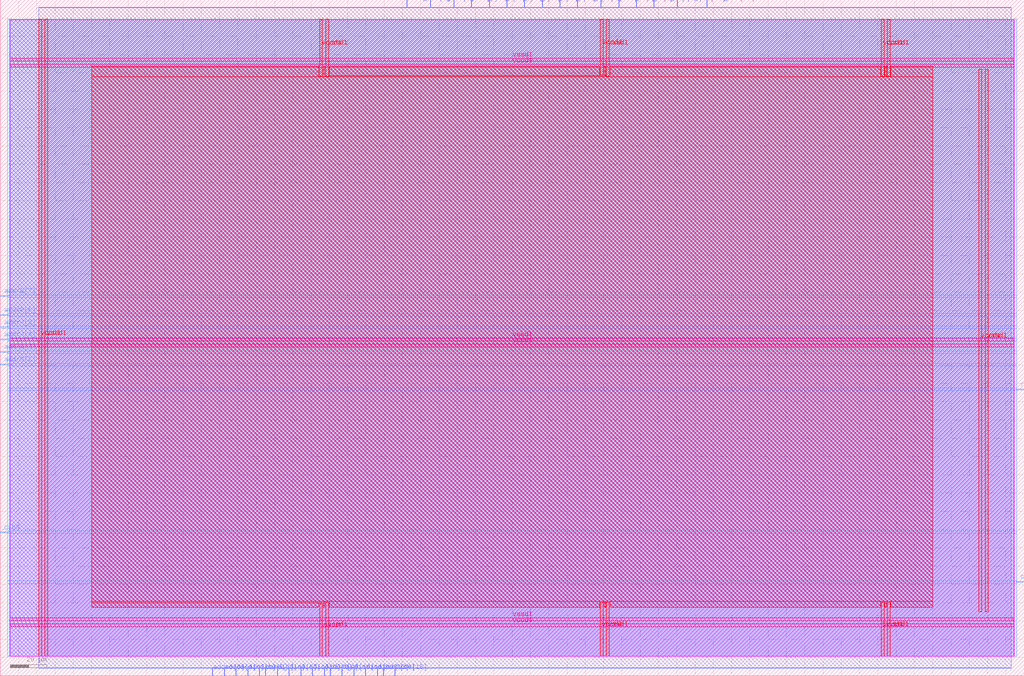
<source format=lef>
VERSION 5.7 ;
  NOWIREEXTENSIONATPIN ON ;
  DIVIDERCHAR "/" ;
  BUSBITCHARS "[]" ;
MACRO counter
  CLASS BLOCK ;
  FOREIGN counter ;
  ORIGIN 0.000 0.000 ;
  SIZE 560.000 BY 370.000 ;
  PIN addr0[0]
    DIRECTION INPUT ;
    USE SIGNAL ;
    ANTENNAGATEAREA 1.034700 ;
    ANTENNADIFFAREA 0.434700 ;
    PORT
      LAYER met2 ;
        RECT 116.010 0.000 116.290 4.000 ;
    END
  END addr0[0]
  PIN addr0[1]
    DIRECTION INPUT ;
    USE SIGNAL ;
    ANTENNAGATEAREA 1.034700 ;
    ANTENNADIFFAREA 0.434700 ;
    PORT
      LAYER met2 ;
        RECT 122.450 0.000 122.730 4.000 ;
    END
  END addr0[1]
  PIN addr0[2]
    DIRECTION INPUT ;
    USE SIGNAL ;
    ANTENNAGATEAREA 1.034700 ;
    ANTENNADIFFAREA 0.434700 ;
    PORT
      LAYER met3 ;
        RECT 0.000 170.040 4.000 170.640 ;
    END
  END addr0[2]
  PIN addr0[3]
    DIRECTION INPUT ;
    USE SIGNAL ;
    ANTENNAGATEAREA 1.034700 ;
    ANTENNADIFFAREA 0.434700 ;
    PORT
      LAYER met3 ;
        RECT 0.000 176.840 4.000 177.440 ;
    END
  END addr0[3]
  PIN addr0[4]
    DIRECTION INPUT ;
    USE SIGNAL ;
    ANTENNAGATEAREA 1.034700 ;
    ANTENNADIFFAREA 0.434700 ;
    PORT
      LAYER met3 ;
        RECT 0.000 183.640 4.000 184.240 ;
    END
  END addr0[4]
  PIN addr0[5]
    DIRECTION INPUT ;
    USE SIGNAL ;
    ANTENNAGATEAREA 1.034700 ;
    ANTENNADIFFAREA 0.434700 ;
    PORT
      LAYER met3 ;
        RECT 0.000 190.440 4.000 191.040 ;
    END
  END addr0[5]
  PIN addr0[6]
    DIRECTION INPUT ;
    USE SIGNAL ;
    ANTENNAGATEAREA 1.034700 ;
    ANTENNADIFFAREA 0.434700 ;
    PORT
      LAYER met3 ;
        RECT 0.000 197.240 4.000 197.840 ;
    END
  END addr0[6]
  PIN addr0[7]
    DIRECTION INPUT ;
    USE SIGNAL ;
    ANTENNAGATEAREA 1.034700 ;
    ANTENNADIFFAREA 0.434700 ;
    PORT
      LAYER met3 ;
        RECT 0.000 207.440 4.000 208.040 ;
    END
  END addr0[7]
  PIN clk
    DIRECTION INPUT ;
    USE SIGNAL ;
    ANTENNAGATEAREA 1.286700 ;
    ANTENNADIFFAREA 0.434700 ;
    PORT
      LAYER met3 ;
        RECT 556.000 51.040 560.000 51.640 ;
    END
  END clk
  PIN csb0
    DIRECTION INPUT ;
    USE SIGNAL ;
    ANTENNAGATEAREA 1.034700 ;
    ANTENNADIFFAREA 0.434700 ;
    PORT
      LAYER met3 ;
        RECT 0.000 78.240 4.000 78.840 ;
    END
  END csb0
  PIN din0[0]
    DIRECTION INPUT ;
    USE SIGNAL ;
    ANTENNAGATEAREA 1.034700 ;
    ANTENNADIFFAREA 0.434700 ;
    PORT
      LAYER met2 ;
        RECT 128.890 0.000 129.170 4.000 ;
    END
  END din0[0]
  PIN din0[10]
    DIRECTION INPUT ;
    USE SIGNAL ;
    ANTENNAGATEAREA 1.034700 ;
    ANTENNADIFFAREA 0.434700 ;
    PORT
      LAYER met2 ;
        RECT 186.850 0.000 187.130 4.000 ;
    END
  END din0[10]
  PIN din0[11]
    DIRECTION INPUT ;
    USE SIGNAL ;
    ANTENNAGATEAREA 1.034700 ;
    ANTENNADIFFAREA 0.434700 ;
    PORT
      LAYER met2 ;
        RECT 193.290 0.000 193.570 4.000 ;
    END
  END din0[11]
  PIN din0[12]
    DIRECTION INPUT ;
    USE SIGNAL ;
    ANTENNAGATEAREA 1.034700 ;
    ANTENNADIFFAREA 0.434700 ;
    PORT
      LAYER met2 ;
        RECT 199.730 0.000 200.010 4.000 ;
    END
  END din0[12]
  PIN din0[13]
    DIRECTION INPUT ;
    USE SIGNAL ;
    ANTENNAGATEAREA 1.034700 ;
    ANTENNADIFFAREA 0.434700 ;
    PORT
      LAYER met2 ;
        RECT 206.170 0.000 206.450 4.000 ;
    END
  END din0[13]
  PIN din0[14]
    DIRECTION INPUT ;
    USE SIGNAL ;
    ANTENNAGATEAREA 1.034700 ;
    ANTENNADIFFAREA 0.434700 ;
    PORT
      LAYER met2 ;
        RECT 209.390 0.000 209.670 4.000 ;
    END
  END din0[14]
  PIN din0[15]
    DIRECTION INPUT ;
    USE SIGNAL ;
    ANTENNAGATEAREA 1.034700 ;
    ANTENNADIFFAREA 0.434700 ;
    PORT
      LAYER met2 ;
        RECT 215.830 0.000 216.110 4.000 ;
    END
  END din0[15]
  PIN din0[1]
    DIRECTION INPUT ;
    USE SIGNAL ;
    ANTENNAGATEAREA 1.034700 ;
    ANTENNADIFFAREA 0.434700 ;
    PORT
      LAYER met2 ;
        RECT 135.330 0.000 135.610 4.000 ;
    END
  END din0[1]
  PIN din0[2]
    DIRECTION INPUT ;
    USE SIGNAL ;
    ANTENNAGATEAREA 1.034700 ;
    ANTENNADIFFAREA 0.434700 ;
    PORT
      LAYER met2 ;
        RECT 141.770 0.000 142.050 4.000 ;
    END
  END din0[2]
  PIN din0[3]
    DIRECTION INPUT ;
    USE SIGNAL ;
    ANTENNAGATEAREA 1.034700 ;
    ANTENNADIFFAREA 0.434700 ;
    PORT
      LAYER met2 ;
        RECT 144.990 0.000 145.270 4.000 ;
    END
  END din0[3]
  PIN din0[4]
    DIRECTION INPUT ;
    USE SIGNAL ;
    ANTENNAGATEAREA 1.034700 ;
    ANTENNADIFFAREA 0.434700 ;
    PORT
      LAYER met2 ;
        RECT 151.430 0.000 151.710 4.000 ;
    END
  END din0[4]
  PIN din0[5]
    DIRECTION INPUT ;
    USE SIGNAL ;
    ANTENNAGATEAREA 1.034700 ;
    ANTENNADIFFAREA 0.434700 ;
    PORT
      LAYER met2 ;
        RECT 157.870 0.000 158.150 4.000 ;
    END
  END din0[5]
  PIN din0[6]
    DIRECTION INPUT ;
    USE SIGNAL ;
    ANTENNAGATEAREA 1.034700 ;
    ANTENNADIFFAREA 0.434700 ;
    PORT
      LAYER met2 ;
        RECT 164.310 0.000 164.590 4.000 ;
    END
  END din0[6]
  PIN din0[7]
    DIRECTION INPUT ;
    USE SIGNAL ;
    ANTENNAGATEAREA 1.034700 ;
    ANTENNADIFFAREA 0.434700 ;
    PORT
      LAYER met2 ;
        RECT 170.750 0.000 171.030 4.000 ;
    END
  END din0[7]
  PIN din0[8]
    DIRECTION INPUT ;
    USE SIGNAL ;
    ANTENNAGATEAREA 1.034700 ;
    ANTENNADIFFAREA 0.434700 ;
    PORT
      LAYER met2 ;
        RECT 177.190 0.000 177.470 4.000 ;
    END
  END din0[8]
  PIN din0[9]
    DIRECTION INPUT ;
    USE SIGNAL ;
    ANTENNAGATEAREA 1.034700 ;
    ANTENNADIFFAREA 0.434700 ;
    PORT
      LAYER met2 ;
        RECT 180.410 0.000 180.690 4.000 ;
    END
  END din0[9]
  PIN rst
    DIRECTION INPUT ;
    USE SIGNAL ;
    ANTENNAGATEAREA 0.631200 ;
    ANTENNADIFFAREA 0.434700 ;
    PORT
      LAYER met3 ;
        RECT 556.000 156.440 560.000 157.040 ;
    END
  END rst
  PIN sine_out[0]
    DIRECTION OUTPUT ;
    USE SIGNAL ;
    ANTENNADIFFAREA 0.445500 ;
    PORT
      LAYER met2 ;
        RECT 222.270 366.000 222.550 370.000 ;
    END
  END sine_out[0]
  PIN sine_out[10]
    DIRECTION OUTPUT ;
    USE SIGNAL ;
    ANTENNADIFFAREA 0.445500 ;
    PORT
      LAYER met2 ;
        RECT 328.530 366.000 328.810 370.000 ;
    END
  END sine_out[10]
  PIN sine_out[11]
    DIRECTION OUTPUT ;
    USE SIGNAL ;
    ANTENNADIFFAREA 0.445500 ;
    PORT
      LAYER met2 ;
        RECT 338.190 366.000 338.470 370.000 ;
    END
  END sine_out[11]
  PIN sine_out[12]
    DIRECTION OUTPUT ;
    USE SIGNAL ;
    ANTENNADIFFAREA 0.445500 ;
    PORT
      LAYER met2 ;
        RECT 347.850 366.000 348.130 370.000 ;
    END
  END sine_out[12]
  PIN sine_out[13]
    DIRECTION OUTPUT ;
    USE SIGNAL ;
    ANTENNADIFFAREA 0.445500 ;
    PORT
      LAYER met2 ;
        RECT 357.510 366.000 357.790 370.000 ;
    END
  END sine_out[13]
  PIN sine_out[14]
    DIRECTION OUTPUT ;
    USE SIGNAL ;
    ANTENNADIFFAREA 0.445500 ;
    PORT
      LAYER met2 ;
        RECT 370.390 366.000 370.670 370.000 ;
    END
  END sine_out[14]
  PIN sine_out[15]
    DIRECTION OUTPUT ;
    USE SIGNAL ;
    ANTENNADIFFAREA 0.445500 ;
    PORT
      LAYER met2 ;
        RECT 386.490 366.000 386.770 370.000 ;
    END
  END sine_out[15]
  PIN sine_out[1]
    DIRECTION OUTPUT ;
    USE SIGNAL ;
    ANTENNADIFFAREA 0.445500 ;
    PORT
      LAYER met2 ;
        RECT 235.150 366.000 235.430 370.000 ;
    END
  END sine_out[1]
  PIN sine_out[2]
    DIRECTION OUTPUT ;
    USE SIGNAL ;
    ANTENNADIFFAREA 0.445500 ;
    PORT
      LAYER met2 ;
        RECT 248.030 366.000 248.310 370.000 ;
    END
  END sine_out[2]
  PIN sine_out[3]
    DIRECTION OUTPUT ;
    USE SIGNAL ;
    ANTENNADIFFAREA 0.445500 ;
    PORT
      LAYER met2 ;
        RECT 257.690 366.000 257.970 370.000 ;
    END
  END sine_out[3]
  PIN sine_out[4]
    DIRECTION OUTPUT ;
    USE SIGNAL ;
    ANTENNADIFFAREA 0.445500 ;
    PORT
      LAYER met2 ;
        RECT 267.350 366.000 267.630 370.000 ;
    END
  END sine_out[4]
  PIN sine_out[5]
    DIRECTION OUTPUT ;
    USE SIGNAL ;
    ANTENNADIFFAREA 0.445500 ;
    PORT
      LAYER met2 ;
        RECT 277.010 366.000 277.290 370.000 ;
    END
  END sine_out[5]
  PIN sine_out[6]
    DIRECTION OUTPUT ;
    USE SIGNAL ;
    ANTENNADIFFAREA 0.445500 ;
    PORT
      LAYER met2 ;
        RECT 286.670 366.000 286.950 370.000 ;
    END
  END sine_out[6]
  PIN sine_out[7]
    DIRECTION OUTPUT ;
    USE SIGNAL ;
    ANTENNADIFFAREA 0.445500 ;
    PORT
      LAYER met2 ;
        RECT 296.330 366.000 296.610 370.000 ;
    END
  END sine_out[7]
  PIN sine_out[8]
    DIRECTION OUTPUT ;
    USE SIGNAL ;
    ANTENNADIFFAREA 0.445500 ;
    PORT
      LAYER met2 ;
        RECT 305.990 366.000 306.270 370.000 ;
    END
  END sine_out[8]
  PIN sine_out[9]
    DIRECTION OUTPUT ;
    USE SIGNAL ;
    ANTENNADIFFAREA 0.445500 ;
    PORT
      LAYER met2 ;
        RECT 315.650 366.000 315.930 370.000 ;
    END
  END sine_out[9]
  PIN vccd1
    DIRECTION INOUT ;
    USE POWER ;
    PORT
      LAYER met4 ;
        RECT 21.040 10.640 22.640 359.280 ;
    END
    PORT
      LAYER met4 ;
        RECT 174.640 10.640 176.240 39.400 ;
    END
    PORT
      LAYER met4 ;
        RECT 174.640 328.250 176.240 359.280 ;
    END
    PORT
      LAYER met4 ;
        RECT 328.240 10.640 329.840 40.320 ;
    END
    PORT
      LAYER met4 ;
        RECT 328.240 328.880 329.840 359.280 ;
    END
    PORT
      LAYER met4 ;
        RECT 481.840 10.640 483.440 40.320 ;
    END
    PORT
      LAYER met4 ;
        RECT 481.840 328.250 483.440 359.280 ;
    END
    PORT
      LAYER met5 ;
        RECT 5.280 26.730 554.540 28.330 ;
    END
    PORT
      LAYER met5 ;
        RECT 5.280 179.910 554.540 181.510 ;
    END
    PORT
      LAYER met5 ;
        RECT 5.280 333.090 554.540 334.690 ;
    END
    PORT
      LAYER met4 ;
        RECT 535.100 35.120 536.700 332.080 ;
    END
  END vccd1
  PIN vssd1
    DIRECTION INOUT ;
    USE GROUND ;
    PORT
      LAYER met4 ;
        RECT 24.340 10.640 25.940 359.280 ;
    END
    PORT
      LAYER met4 ;
        RECT 177.940 10.640 179.540 40.320 ;
    END
    PORT
      LAYER met4 ;
        RECT 177.940 328.250 179.540 359.280 ;
    END
    PORT
      LAYER met4 ;
        RECT 331.540 10.640 333.140 40.320 ;
    END
    PORT
      LAYER met4 ;
        RECT 331.540 328.250 333.140 359.280 ;
    END
    PORT
      LAYER met4 ;
        RECT 485.140 10.640 486.740 40.320 ;
    END
    PORT
      LAYER met4 ;
        RECT 485.140 328.250 486.740 359.280 ;
    END
    PORT
      LAYER met5 ;
        RECT 5.280 30.030 554.540 31.630 ;
    END
    PORT
      LAYER met5 ;
        RECT 5.280 183.210 554.540 184.810 ;
    END
    PORT
      LAYER met5 ;
        RECT 5.280 336.390 554.540 337.990 ;
    END
    PORT
      LAYER met4 ;
        RECT 538.780 35.120 540.380 332.080 ;
    END
  END vssd1
  OBS
      LAYER nwell ;
        RECT 5.330 10.795 554.490 359.125 ;
      LAYER li1 ;
        RECT 5.520 10.795 554.300 359.125 ;
      LAYER met1 ;
        RECT 5.520 10.640 554.300 359.280 ;
      LAYER met2 ;
        RECT 21.070 365.720 221.990 366.000 ;
        RECT 222.830 365.720 234.870 366.000 ;
        RECT 235.710 365.720 247.750 366.000 ;
        RECT 248.590 365.720 257.410 366.000 ;
        RECT 258.250 365.720 267.070 366.000 ;
        RECT 267.910 365.720 276.730 366.000 ;
        RECT 277.570 365.720 286.390 366.000 ;
        RECT 287.230 365.720 296.050 366.000 ;
        RECT 296.890 365.720 305.710 366.000 ;
        RECT 306.550 365.720 315.370 366.000 ;
        RECT 316.210 365.720 328.250 366.000 ;
        RECT 329.090 365.720 337.910 366.000 ;
        RECT 338.750 365.720 347.570 366.000 ;
        RECT 348.410 365.720 357.230 366.000 ;
        RECT 358.070 365.720 370.110 366.000 ;
        RECT 370.950 365.720 386.210 366.000 ;
        RECT 387.050 365.720 552.830 366.000 ;
        RECT 21.070 4.280 552.830 365.720 ;
        RECT 21.070 4.000 115.730 4.280 ;
        RECT 116.570 4.000 122.170 4.280 ;
        RECT 123.010 4.000 128.610 4.280 ;
        RECT 129.450 4.000 135.050 4.280 ;
        RECT 135.890 4.000 141.490 4.280 ;
        RECT 142.330 4.000 144.710 4.280 ;
        RECT 145.550 4.000 151.150 4.280 ;
        RECT 151.990 4.000 157.590 4.280 ;
        RECT 158.430 4.000 164.030 4.280 ;
        RECT 164.870 4.000 170.470 4.280 ;
        RECT 171.310 4.000 176.910 4.280 ;
        RECT 177.750 4.000 180.130 4.280 ;
        RECT 180.970 4.000 186.570 4.280 ;
        RECT 187.410 4.000 193.010 4.280 ;
        RECT 193.850 4.000 199.450 4.280 ;
        RECT 200.290 4.000 205.890 4.280 ;
        RECT 206.730 4.000 209.110 4.280 ;
        RECT 209.950 4.000 215.550 4.280 ;
        RECT 216.390 4.000 552.830 4.280 ;
      LAYER met3 ;
        RECT 4.000 208.440 556.000 359.205 ;
        RECT 4.400 207.040 556.000 208.440 ;
        RECT 4.000 198.240 556.000 207.040 ;
        RECT 4.400 196.840 556.000 198.240 ;
        RECT 4.000 191.440 556.000 196.840 ;
        RECT 4.400 190.040 556.000 191.440 ;
        RECT 4.000 184.640 556.000 190.040 ;
        RECT 4.400 183.240 556.000 184.640 ;
        RECT 4.000 177.840 556.000 183.240 ;
        RECT 4.400 176.440 556.000 177.840 ;
        RECT 4.000 171.040 556.000 176.440 ;
        RECT 4.400 169.640 556.000 171.040 ;
        RECT 4.000 157.440 556.000 169.640 ;
        RECT 4.000 156.040 555.600 157.440 ;
        RECT 4.000 79.240 556.000 156.040 ;
        RECT 4.400 77.840 556.000 79.240 ;
        RECT 4.000 52.040 556.000 77.840 ;
        RECT 4.000 50.640 555.600 52.040 ;
        RECT 4.000 10.715 556.000 50.640 ;
      LAYER met4 ;
        RECT 50.000 327.850 174.240 333.705 ;
        RECT 176.640 327.850 177.540 333.705 ;
        RECT 179.940 328.480 327.840 333.705 ;
        RECT 330.240 328.480 331.140 333.705 ;
        RECT 179.940 327.850 331.140 328.480 ;
        RECT 333.540 327.850 481.440 333.705 ;
        RECT 483.840 327.850 484.740 333.705 ;
        RECT 487.140 327.850 509.900 333.705 ;
        RECT 50.000 40.720 509.900 327.850 ;
        RECT 50.000 39.800 177.540 40.720 ;
        RECT 50.000 37.575 174.240 39.800 ;
        RECT 176.640 37.575 177.540 39.800 ;
        RECT 179.940 37.575 327.840 40.720 ;
        RECT 330.240 37.575 331.140 40.720 ;
        RECT 333.540 37.575 481.440 40.720 ;
        RECT 483.840 37.575 484.740 40.720 ;
        RECT 487.140 37.575 509.900 40.720 ;
  END
END counter
END LIBRARY


</source>
